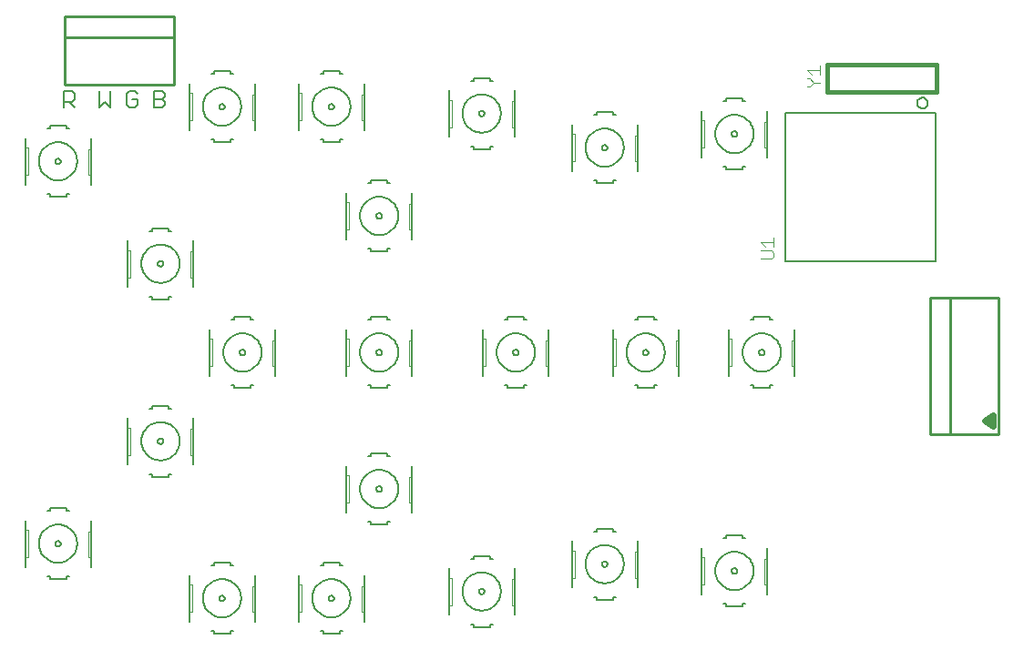
<source format=gto>
G75*
G70*
%OFA0B0*%
%FSLAX24Y24*%
%IPPOS*%
%LPD*%
%AMOC8*
5,1,8,0,0,1.08239X$1,22.5*
%
%ADD10C,0.0040*%
%ADD11C,0.0050*%
%ADD12C,0.0240*%
%ADD13C,0.0160*%
%ADD14C,0.0060*%
%ADD15C,0.0020*%
%ADD16C,0.0100*%
D10*
X027936Y016020D02*
X028320Y016020D01*
X028397Y016097D01*
X028397Y016250D01*
X028320Y016327D01*
X027936Y016327D01*
X028090Y016480D02*
X027936Y016634D01*
X028397Y016634D01*
X028397Y016787D02*
X028397Y016480D01*
X029636Y022320D02*
X029713Y022320D01*
X029866Y022473D01*
X030097Y022473D01*
X029866Y022473D02*
X029713Y022627D01*
X029636Y022627D01*
X029790Y022780D02*
X029636Y022934D01*
X030097Y022934D01*
X030097Y023087D02*
X030097Y022780D01*
D11*
X028817Y021353D02*
X028817Y015947D01*
X034317Y015947D01*
X034317Y021353D01*
X028817Y021353D01*
X033647Y021731D02*
X033649Y021758D01*
X033655Y021785D01*
X033664Y021811D01*
X033677Y021835D01*
X033693Y021858D01*
X033712Y021877D01*
X033734Y021894D01*
X033758Y021908D01*
X033783Y021918D01*
X033810Y021925D01*
X033837Y021928D01*
X033865Y021927D01*
X033892Y021922D01*
X033918Y021914D01*
X033942Y021902D01*
X033965Y021886D01*
X033986Y021868D01*
X034003Y021847D01*
X034018Y021823D01*
X034029Y021798D01*
X034037Y021772D01*
X034041Y021745D01*
X034041Y021717D01*
X034037Y021690D01*
X034029Y021664D01*
X034018Y021639D01*
X034003Y021615D01*
X033986Y021594D01*
X033965Y021576D01*
X033943Y021560D01*
X033918Y021548D01*
X033892Y021540D01*
X033865Y021535D01*
X033837Y021534D01*
X033810Y021537D01*
X033783Y021544D01*
X033758Y021554D01*
X033734Y021568D01*
X033712Y021585D01*
X033693Y021604D01*
X033677Y021627D01*
X033664Y021651D01*
X033655Y021677D01*
X033649Y021704D01*
X033647Y021731D01*
X006141Y021769D02*
X006141Y021667D01*
X006039Y021565D01*
X005734Y021565D01*
X005734Y022176D01*
X006039Y022176D01*
X006141Y022074D01*
X006141Y021972D01*
X006039Y021870D01*
X005734Y021870D01*
X006039Y021870D02*
X006141Y021769D01*
X005141Y021667D02*
X005141Y021870D01*
X004937Y021870D01*
X004734Y021667D02*
X004836Y021565D01*
X005039Y021565D01*
X005141Y021667D01*
X004734Y021667D02*
X004734Y022074D01*
X004836Y022176D01*
X005039Y022176D01*
X005141Y022074D01*
X004141Y022176D02*
X004141Y021565D01*
X003937Y021769D01*
X003734Y021565D01*
X003734Y022176D01*
X002841Y022074D02*
X002841Y021870D01*
X002739Y021769D01*
X002434Y021769D01*
X002637Y021769D02*
X002841Y021565D01*
X002434Y021565D02*
X002434Y022176D01*
X002739Y022176D01*
X002841Y022074D01*
D12*
X036117Y010100D02*
X036417Y009900D01*
X036417Y010300D01*
X036117Y010100D01*
X036142Y010117D02*
X036417Y010117D01*
D13*
X034367Y022150D02*
X030367Y022150D01*
X030367Y023150D01*
X034367Y023150D01*
X034367Y022150D01*
D14*
X002517Y004300D02*
X001917Y004300D01*
X001917Y004400D01*
X001817Y004400D01*
X002517Y004400D02*
X002617Y004400D01*
X002517Y004400D02*
X002517Y004300D01*
X003417Y004750D02*
X003417Y005100D01*
X003417Y006050D01*
X003417Y006450D01*
X002617Y006800D02*
X002517Y006800D01*
X002517Y006900D01*
X001917Y006900D01*
X001917Y006800D01*
X001817Y006800D01*
X001017Y006450D02*
X001017Y006100D01*
X001017Y005100D01*
X001017Y004750D01*
X002117Y005600D02*
X002119Y005620D01*
X002125Y005638D01*
X002134Y005656D01*
X002146Y005671D01*
X002161Y005683D01*
X002179Y005692D01*
X002197Y005698D01*
X002217Y005700D01*
X002237Y005698D01*
X002255Y005692D01*
X002273Y005683D01*
X002288Y005671D01*
X002300Y005656D01*
X002309Y005638D01*
X002315Y005620D01*
X002317Y005600D01*
X002315Y005580D01*
X002309Y005562D01*
X002300Y005544D01*
X002288Y005529D01*
X002273Y005517D01*
X002255Y005508D01*
X002237Y005502D01*
X002217Y005500D01*
X002197Y005502D01*
X002179Y005508D01*
X002161Y005517D01*
X002146Y005529D01*
X002134Y005544D01*
X002125Y005562D01*
X002119Y005580D01*
X002117Y005600D01*
X001517Y005600D02*
X001519Y005652D01*
X001525Y005704D01*
X001535Y005756D01*
X001548Y005806D01*
X001565Y005856D01*
X001586Y005904D01*
X001611Y005950D01*
X001639Y005994D01*
X001670Y006036D01*
X001704Y006076D01*
X001741Y006113D01*
X001781Y006147D01*
X001823Y006178D01*
X001867Y006206D01*
X001913Y006231D01*
X001961Y006252D01*
X002011Y006269D01*
X002061Y006282D01*
X002113Y006292D01*
X002165Y006298D01*
X002217Y006300D01*
X002269Y006298D01*
X002321Y006292D01*
X002373Y006282D01*
X002423Y006269D01*
X002473Y006252D01*
X002521Y006231D01*
X002567Y006206D01*
X002611Y006178D01*
X002653Y006147D01*
X002693Y006113D01*
X002730Y006076D01*
X002764Y006036D01*
X002795Y005994D01*
X002823Y005950D01*
X002848Y005904D01*
X002869Y005856D01*
X002886Y005806D01*
X002899Y005756D01*
X002909Y005704D01*
X002915Y005652D01*
X002917Y005600D01*
X002915Y005548D01*
X002909Y005496D01*
X002899Y005444D01*
X002886Y005394D01*
X002869Y005344D01*
X002848Y005296D01*
X002823Y005250D01*
X002795Y005206D01*
X002764Y005164D01*
X002730Y005124D01*
X002693Y005087D01*
X002653Y005053D01*
X002611Y005022D01*
X002567Y004994D01*
X002521Y004969D01*
X002473Y004948D01*
X002423Y004931D01*
X002373Y004918D01*
X002321Y004908D01*
X002269Y004902D01*
X002217Y004900D01*
X002165Y004902D01*
X002113Y004908D01*
X002061Y004918D01*
X002011Y004931D01*
X001961Y004948D01*
X001913Y004969D01*
X001867Y004994D01*
X001823Y005022D01*
X001781Y005053D01*
X001741Y005087D01*
X001704Y005124D01*
X001670Y005164D01*
X001639Y005206D01*
X001611Y005250D01*
X001586Y005296D01*
X001565Y005344D01*
X001548Y005394D01*
X001535Y005444D01*
X001525Y005496D01*
X001519Y005548D01*
X001517Y005600D01*
X004767Y008500D02*
X004767Y008850D01*
X004767Y009850D01*
X004767Y010200D01*
X005567Y010550D02*
X005667Y010550D01*
X005667Y010650D01*
X006267Y010650D01*
X006267Y010550D01*
X006367Y010550D01*
X007167Y010200D02*
X007167Y009800D01*
X007167Y008850D01*
X007167Y008500D01*
X006367Y008150D02*
X006267Y008150D01*
X006267Y008050D01*
X005667Y008050D01*
X005667Y008150D01*
X005567Y008150D01*
X005867Y009350D02*
X005869Y009370D01*
X005875Y009388D01*
X005884Y009406D01*
X005896Y009421D01*
X005911Y009433D01*
X005929Y009442D01*
X005947Y009448D01*
X005967Y009450D01*
X005987Y009448D01*
X006005Y009442D01*
X006023Y009433D01*
X006038Y009421D01*
X006050Y009406D01*
X006059Y009388D01*
X006065Y009370D01*
X006067Y009350D01*
X006065Y009330D01*
X006059Y009312D01*
X006050Y009294D01*
X006038Y009279D01*
X006023Y009267D01*
X006005Y009258D01*
X005987Y009252D01*
X005967Y009250D01*
X005947Y009252D01*
X005929Y009258D01*
X005911Y009267D01*
X005896Y009279D01*
X005884Y009294D01*
X005875Y009312D01*
X005869Y009330D01*
X005867Y009350D01*
X005267Y009350D02*
X005269Y009402D01*
X005275Y009454D01*
X005285Y009506D01*
X005298Y009556D01*
X005315Y009606D01*
X005336Y009654D01*
X005361Y009700D01*
X005389Y009744D01*
X005420Y009786D01*
X005454Y009826D01*
X005491Y009863D01*
X005531Y009897D01*
X005573Y009928D01*
X005617Y009956D01*
X005663Y009981D01*
X005711Y010002D01*
X005761Y010019D01*
X005811Y010032D01*
X005863Y010042D01*
X005915Y010048D01*
X005967Y010050D01*
X006019Y010048D01*
X006071Y010042D01*
X006123Y010032D01*
X006173Y010019D01*
X006223Y010002D01*
X006271Y009981D01*
X006317Y009956D01*
X006361Y009928D01*
X006403Y009897D01*
X006443Y009863D01*
X006480Y009826D01*
X006514Y009786D01*
X006545Y009744D01*
X006573Y009700D01*
X006598Y009654D01*
X006619Y009606D01*
X006636Y009556D01*
X006649Y009506D01*
X006659Y009454D01*
X006665Y009402D01*
X006667Y009350D01*
X006665Y009298D01*
X006659Y009246D01*
X006649Y009194D01*
X006636Y009144D01*
X006619Y009094D01*
X006598Y009046D01*
X006573Y009000D01*
X006545Y008956D01*
X006514Y008914D01*
X006480Y008874D01*
X006443Y008837D01*
X006403Y008803D01*
X006361Y008772D01*
X006317Y008744D01*
X006271Y008719D01*
X006223Y008698D01*
X006173Y008681D01*
X006123Y008668D01*
X006071Y008658D01*
X006019Y008652D01*
X005967Y008650D01*
X005915Y008652D01*
X005863Y008658D01*
X005811Y008668D01*
X005761Y008681D01*
X005711Y008698D01*
X005663Y008719D01*
X005617Y008744D01*
X005573Y008772D01*
X005531Y008803D01*
X005491Y008837D01*
X005454Y008874D01*
X005420Y008914D01*
X005389Y008956D01*
X005361Y009000D01*
X005336Y009046D01*
X005315Y009094D01*
X005298Y009144D01*
X005285Y009194D01*
X005275Y009246D01*
X005269Y009298D01*
X005267Y009350D01*
X007767Y011750D02*
X007767Y012100D01*
X007767Y013100D01*
X007767Y013450D01*
X008567Y013800D02*
X008667Y013800D01*
X008667Y013900D01*
X009267Y013900D01*
X009267Y013800D01*
X009367Y013800D01*
X010167Y013450D02*
X010167Y013050D01*
X010167Y012100D01*
X010167Y011750D01*
X009367Y011400D02*
X009267Y011400D01*
X009267Y011300D01*
X008667Y011300D01*
X008667Y011400D01*
X008567Y011400D01*
X008867Y012600D02*
X008869Y012620D01*
X008875Y012638D01*
X008884Y012656D01*
X008896Y012671D01*
X008911Y012683D01*
X008929Y012692D01*
X008947Y012698D01*
X008967Y012700D01*
X008987Y012698D01*
X009005Y012692D01*
X009023Y012683D01*
X009038Y012671D01*
X009050Y012656D01*
X009059Y012638D01*
X009065Y012620D01*
X009067Y012600D01*
X009065Y012580D01*
X009059Y012562D01*
X009050Y012544D01*
X009038Y012529D01*
X009023Y012517D01*
X009005Y012508D01*
X008987Y012502D01*
X008967Y012500D01*
X008947Y012502D01*
X008929Y012508D01*
X008911Y012517D01*
X008896Y012529D01*
X008884Y012544D01*
X008875Y012562D01*
X008869Y012580D01*
X008867Y012600D01*
X008267Y012600D02*
X008269Y012652D01*
X008275Y012704D01*
X008285Y012756D01*
X008298Y012806D01*
X008315Y012856D01*
X008336Y012904D01*
X008361Y012950D01*
X008389Y012994D01*
X008420Y013036D01*
X008454Y013076D01*
X008491Y013113D01*
X008531Y013147D01*
X008573Y013178D01*
X008617Y013206D01*
X008663Y013231D01*
X008711Y013252D01*
X008761Y013269D01*
X008811Y013282D01*
X008863Y013292D01*
X008915Y013298D01*
X008967Y013300D01*
X009019Y013298D01*
X009071Y013292D01*
X009123Y013282D01*
X009173Y013269D01*
X009223Y013252D01*
X009271Y013231D01*
X009317Y013206D01*
X009361Y013178D01*
X009403Y013147D01*
X009443Y013113D01*
X009480Y013076D01*
X009514Y013036D01*
X009545Y012994D01*
X009573Y012950D01*
X009598Y012904D01*
X009619Y012856D01*
X009636Y012806D01*
X009649Y012756D01*
X009659Y012704D01*
X009665Y012652D01*
X009667Y012600D01*
X009665Y012548D01*
X009659Y012496D01*
X009649Y012444D01*
X009636Y012394D01*
X009619Y012344D01*
X009598Y012296D01*
X009573Y012250D01*
X009545Y012206D01*
X009514Y012164D01*
X009480Y012124D01*
X009443Y012087D01*
X009403Y012053D01*
X009361Y012022D01*
X009317Y011994D01*
X009271Y011969D01*
X009223Y011948D01*
X009173Y011931D01*
X009123Y011918D01*
X009071Y011908D01*
X009019Y011902D01*
X008967Y011900D01*
X008915Y011902D01*
X008863Y011908D01*
X008811Y011918D01*
X008761Y011931D01*
X008711Y011948D01*
X008663Y011969D01*
X008617Y011994D01*
X008573Y012022D01*
X008531Y012053D01*
X008491Y012087D01*
X008454Y012124D01*
X008420Y012164D01*
X008389Y012206D01*
X008361Y012250D01*
X008336Y012296D01*
X008315Y012344D01*
X008298Y012394D01*
X008285Y012444D01*
X008275Y012496D01*
X008269Y012548D01*
X008267Y012600D01*
X006267Y014550D02*
X005667Y014550D01*
X005667Y014650D01*
X005567Y014650D01*
X006267Y014650D02*
X006267Y014550D01*
X006267Y014650D02*
X006367Y014650D01*
X007167Y015000D02*
X007167Y015350D01*
X007167Y016300D01*
X007167Y016700D01*
X006367Y017050D02*
X006267Y017050D01*
X006267Y017150D01*
X005667Y017150D01*
X005667Y017050D01*
X005567Y017050D01*
X004767Y016700D02*
X004767Y016350D01*
X004767Y015350D01*
X004767Y015000D01*
X005867Y015850D02*
X005869Y015870D01*
X005875Y015888D01*
X005884Y015906D01*
X005896Y015921D01*
X005911Y015933D01*
X005929Y015942D01*
X005947Y015948D01*
X005967Y015950D01*
X005987Y015948D01*
X006005Y015942D01*
X006023Y015933D01*
X006038Y015921D01*
X006050Y015906D01*
X006059Y015888D01*
X006065Y015870D01*
X006067Y015850D01*
X006065Y015830D01*
X006059Y015812D01*
X006050Y015794D01*
X006038Y015779D01*
X006023Y015767D01*
X006005Y015758D01*
X005987Y015752D01*
X005967Y015750D01*
X005947Y015752D01*
X005929Y015758D01*
X005911Y015767D01*
X005896Y015779D01*
X005884Y015794D01*
X005875Y015812D01*
X005869Y015830D01*
X005867Y015850D01*
X005267Y015850D02*
X005269Y015902D01*
X005275Y015954D01*
X005285Y016006D01*
X005298Y016056D01*
X005315Y016106D01*
X005336Y016154D01*
X005361Y016200D01*
X005389Y016244D01*
X005420Y016286D01*
X005454Y016326D01*
X005491Y016363D01*
X005531Y016397D01*
X005573Y016428D01*
X005617Y016456D01*
X005663Y016481D01*
X005711Y016502D01*
X005761Y016519D01*
X005811Y016532D01*
X005863Y016542D01*
X005915Y016548D01*
X005967Y016550D01*
X006019Y016548D01*
X006071Y016542D01*
X006123Y016532D01*
X006173Y016519D01*
X006223Y016502D01*
X006271Y016481D01*
X006317Y016456D01*
X006361Y016428D01*
X006403Y016397D01*
X006443Y016363D01*
X006480Y016326D01*
X006514Y016286D01*
X006545Y016244D01*
X006573Y016200D01*
X006598Y016154D01*
X006619Y016106D01*
X006636Y016056D01*
X006649Y016006D01*
X006659Y015954D01*
X006665Y015902D01*
X006667Y015850D01*
X006665Y015798D01*
X006659Y015746D01*
X006649Y015694D01*
X006636Y015644D01*
X006619Y015594D01*
X006598Y015546D01*
X006573Y015500D01*
X006545Y015456D01*
X006514Y015414D01*
X006480Y015374D01*
X006443Y015337D01*
X006403Y015303D01*
X006361Y015272D01*
X006317Y015244D01*
X006271Y015219D01*
X006223Y015198D01*
X006173Y015181D01*
X006123Y015168D01*
X006071Y015158D01*
X006019Y015152D01*
X005967Y015150D01*
X005915Y015152D01*
X005863Y015158D01*
X005811Y015168D01*
X005761Y015181D01*
X005711Y015198D01*
X005663Y015219D01*
X005617Y015244D01*
X005573Y015272D01*
X005531Y015303D01*
X005491Y015337D01*
X005454Y015374D01*
X005420Y015414D01*
X005389Y015456D01*
X005361Y015500D01*
X005336Y015546D01*
X005315Y015594D01*
X005298Y015644D01*
X005285Y015694D01*
X005275Y015746D01*
X005269Y015798D01*
X005267Y015850D01*
X002617Y018400D02*
X002517Y018400D01*
X002517Y018300D01*
X001917Y018300D01*
X001917Y018400D01*
X001817Y018400D01*
X001017Y018750D02*
X001017Y019100D01*
X001017Y020100D01*
X001017Y020450D01*
X001817Y020800D02*
X001917Y020800D01*
X001917Y020900D01*
X002517Y020900D01*
X002517Y020800D01*
X002617Y020800D01*
X003417Y020450D02*
X003417Y020050D01*
X003417Y019100D01*
X003417Y018750D01*
X002117Y019600D02*
X002119Y019620D01*
X002125Y019638D01*
X002134Y019656D01*
X002146Y019671D01*
X002161Y019683D01*
X002179Y019692D01*
X002197Y019698D01*
X002217Y019700D01*
X002237Y019698D01*
X002255Y019692D01*
X002273Y019683D01*
X002288Y019671D01*
X002300Y019656D01*
X002309Y019638D01*
X002315Y019620D01*
X002317Y019600D01*
X002315Y019580D01*
X002309Y019562D01*
X002300Y019544D01*
X002288Y019529D01*
X002273Y019517D01*
X002255Y019508D01*
X002237Y019502D01*
X002217Y019500D01*
X002197Y019502D01*
X002179Y019508D01*
X002161Y019517D01*
X002146Y019529D01*
X002134Y019544D01*
X002125Y019562D01*
X002119Y019580D01*
X002117Y019600D01*
X001517Y019600D02*
X001519Y019652D01*
X001525Y019704D01*
X001535Y019756D01*
X001548Y019806D01*
X001565Y019856D01*
X001586Y019904D01*
X001611Y019950D01*
X001639Y019994D01*
X001670Y020036D01*
X001704Y020076D01*
X001741Y020113D01*
X001781Y020147D01*
X001823Y020178D01*
X001867Y020206D01*
X001913Y020231D01*
X001961Y020252D01*
X002011Y020269D01*
X002061Y020282D01*
X002113Y020292D01*
X002165Y020298D01*
X002217Y020300D01*
X002269Y020298D01*
X002321Y020292D01*
X002373Y020282D01*
X002423Y020269D01*
X002473Y020252D01*
X002521Y020231D01*
X002567Y020206D01*
X002611Y020178D01*
X002653Y020147D01*
X002693Y020113D01*
X002730Y020076D01*
X002764Y020036D01*
X002795Y019994D01*
X002823Y019950D01*
X002848Y019904D01*
X002869Y019856D01*
X002886Y019806D01*
X002899Y019756D01*
X002909Y019704D01*
X002915Y019652D01*
X002917Y019600D01*
X002915Y019548D01*
X002909Y019496D01*
X002899Y019444D01*
X002886Y019394D01*
X002869Y019344D01*
X002848Y019296D01*
X002823Y019250D01*
X002795Y019206D01*
X002764Y019164D01*
X002730Y019124D01*
X002693Y019087D01*
X002653Y019053D01*
X002611Y019022D01*
X002567Y018994D01*
X002521Y018969D01*
X002473Y018948D01*
X002423Y018931D01*
X002373Y018918D01*
X002321Y018908D01*
X002269Y018902D01*
X002217Y018900D01*
X002165Y018902D01*
X002113Y018908D01*
X002061Y018918D01*
X002011Y018931D01*
X001961Y018948D01*
X001913Y018969D01*
X001867Y018994D01*
X001823Y019022D01*
X001781Y019053D01*
X001741Y019087D01*
X001704Y019124D01*
X001670Y019164D01*
X001639Y019206D01*
X001611Y019250D01*
X001586Y019296D01*
X001565Y019344D01*
X001548Y019394D01*
X001535Y019444D01*
X001525Y019496D01*
X001519Y019548D01*
X001517Y019600D01*
X007017Y020750D02*
X007017Y021100D01*
X007017Y022100D01*
X007017Y022450D01*
X007817Y022800D02*
X007917Y022800D01*
X007917Y022900D01*
X008517Y022900D01*
X008517Y022800D01*
X008617Y022800D01*
X009417Y022450D02*
X009417Y022050D01*
X009417Y021100D01*
X009417Y020750D01*
X008617Y020400D02*
X008517Y020400D01*
X008517Y020300D01*
X007917Y020300D01*
X007917Y020400D01*
X007817Y020400D01*
X008117Y021600D02*
X008119Y021620D01*
X008125Y021638D01*
X008134Y021656D01*
X008146Y021671D01*
X008161Y021683D01*
X008179Y021692D01*
X008197Y021698D01*
X008217Y021700D01*
X008237Y021698D01*
X008255Y021692D01*
X008273Y021683D01*
X008288Y021671D01*
X008300Y021656D01*
X008309Y021638D01*
X008315Y021620D01*
X008317Y021600D01*
X008315Y021580D01*
X008309Y021562D01*
X008300Y021544D01*
X008288Y021529D01*
X008273Y021517D01*
X008255Y021508D01*
X008237Y021502D01*
X008217Y021500D01*
X008197Y021502D01*
X008179Y021508D01*
X008161Y021517D01*
X008146Y021529D01*
X008134Y021544D01*
X008125Y021562D01*
X008119Y021580D01*
X008117Y021600D01*
X007517Y021600D02*
X007519Y021652D01*
X007525Y021704D01*
X007535Y021756D01*
X007548Y021806D01*
X007565Y021856D01*
X007586Y021904D01*
X007611Y021950D01*
X007639Y021994D01*
X007670Y022036D01*
X007704Y022076D01*
X007741Y022113D01*
X007781Y022147D01*
X007823Y022178D01*
X007867Y022206D01*
X007913Y022231D01*
X007961Y022252D01*
X008011Y022269D01*
X008061Y022282D01*
X008113Y022292D01*
X008165Y022298D01*
X008217Y022300D01*
X008269Y022298D01*
X008321Y022292D01*
X008373Y022282D01*
X008423Y022269D01*
X008473Y022252D01*
X008521Y022231D01*
X008567Y022206D01*
X008611Y022178D01*
X008653Y022147D01*
X008693Y022113D01*
X008730Y022076D01*
X008764Y022036D01*
X008795Y021994D01*
X008823Y021950D01*
X008848Y021904D01*
X008869Y021856D01*
X008886Y021806D01*
X008899Y021756D01*
X008909Y021704D01*
X008915Y021652D01*
X008917Y021600D01*
X008915Y021548D01*
X008909Y021496D01*
X008899Y021444D01*
X008886Y021394D01*
X008869Y021344D01*
X008848Y021296D01*
X008823Y021250D01*
X008795Y021206D01*
X008764Y021164D01*
X008730Y021124D01*
X008693Y021087D01*
X008653Y021053D01*
X008611Y021022D01*
X008567Y020994D01*
X008521Y020969D01*
X008473Y020948D01*
X008423Y020931D01*
X008373Y020918D01*
X008321Y020908D01*
X008269Y020902D01*
X008217Y020900D01*
X008165Y020902D01*
X008113Y020908D01*
X008061Y020918D01*
X008011Y020931D01*
X007961Y020948D01*
X007913Y020969D01*
X007867Y020994D01*
X007823Y021022D01*
X007781Y021053D01*
X007741Y021087D01*
X007704Y021124D01*
X007670Y021164D01*
X007639Y021206D01*
X007611Y021250D01*
X007586Y021296D01*
X007565Y021344D01*
X007548Y021394D01*
X007535Y021444D01*
X007525Y021496D01*
X007519Y021548D01*
X007517Y021600D01*
X011017Y021100D02*
X011017Y020750D01*
X011017Y021100D02*
X011017Y022100D01*
X011017Y022450D01*
X011817Y022800D02*
X011917Y022800D01*
X011917Y022900D01*
X012517Y022900D01*
X012517Y022800D01*
X012617Y022800D01*
X013417Y022450D02*
X013417Y022050D01*
X013417Y021100D01*
X013417Y020750D01*
X012617Y020400D02*
X012517Y020400D01*
X012517Y020300D01*
X011917Y020300D01*
X011917Y020400D01*
X011817Y020400D01*
X012117Y021600D02*
X012119Y021620D01*
X012125Y021638D01*
X012134Y021656D01*
X012146Y021671D01*
X012161Y021683D01*
X012179Y021692D01*
X012197Y021698D01*
X012217Y021700D01*
X012237Y021698D01*
X012255Y021692D01*
X012273Y021683D01*
X012288Y021671D01*
X012300Y021656D01*
X012309Y021638D01*
X012315Y021620D01*
X012317Y021600D01*
X012315Y021580D01*
X012309Y021562D01*
X012300Y021544D01*
X012288Y021529D01*
X012273Y021517D01*
X012255Y021508D01*
X012237Y021502D01*
X012217Y021500D01*
X012197Y021502D01*
X012179Y021508D01*
X012161Y021517D01*
X012146Y021529D01*
X012134Y021544D01*
X012125Y021562D01*
X012119Y021580D01*
X012117Y021600D01*
X011517Y021600D02*
X011519Y021652D01*
X011525Y021704D01*
X011535Y021756D01*
X011548Y021806D01*
X011565Y021856D01*
X011586Y021904D01*
X011611Y021950D01*
X011639Y021994D01*
X011670Y022036D01*
X011704Y022076D01*
X011741Y022113D01*
X011781Y022147D01*
X011823Y022178D01*
X011867Y022206D01*
X011913Y022231D01*
X011961Y022252D01*
X012011Y022269D01*
X012061Y022282D01*
X012113Y022292D01*
X012165Y022298D01*
X012217Y022300D01*
X012269Y022298D01*
X012321Y022292D01*
X012373Y022282D01*
X012423Y022269D01*
X012473Y022252D01*
X012521Y022231D01*
X012567Y022206D01*
X012611Y022178D01*
X012653Y022147D01*
X012693Y022113D01*
X012730Y022076D01*
X012764Y022036D01*
X012795Y021994D01*
X012823Y021950D01*
X012848Y021904D01*
X012869Y021856D01*
X012886Y021806D01*
X012899Y021756D01*
X012909Y021704D01*
X012915Y021652D01*
X012917Y021600D01*
X012915Y021548D01*
X012909Y021496D01*
X012899Y021444D01*
X012886Y021394D01*
X012869Y021344D01*
X012848Y021296D01*
X012823Y021250D01*
X012795Y021206D01*
X012764Y021164D01*
X012730Y021124D01*
X012693Y021087D01*
X012653Y021053D01*
X012611Y021022D01*
X012567Y020994D01*
X012521Y020969D01*
X012473Y020948D01*
X012423Y020931D01*
X012373Y020918D01*
X012321Y020908D01*
X012269Y020902D01*
X012217Y020900D01*
X012165Y020902D01*
X012113Y020908D01*
X012061Y020918D01*
X012011Y020931D01*
X011961Y020948D01*
X011913Y020969D01*
X011867Y020994D01*
X011823Y021022D01*
X011781Y021053D01*
X011741Y021087D01*
X011704Y021124D01*
X011670Y021164D01*
X011639Y021206D01*
X011611Y021250D01*
X011586Y021296D01*
X011565Y021344D01*
X011548Y021394D01*
X011535Y021444D01*
X011525Y021496D01*
X011519Y021548D01*
X011517Y021600D01*
X013667Y018900D02*
X013667Y018800D01*
X013567Y018800D01*
X013667Y018900D02*
X014267Y018900D01*
X014267Y018800D01*
X014367Y018800D01*
X015167Y018450D02*
X015167Y018050D01*
X015167Y017100D01*
X015167Y016750D01*
X014367Y016400D02*
X014267Y016400D01*
X014267Y016300D01*
X013667Y016300D01*
X013667Y016400D01*
X013567Y016400D01*
X012767Y016750D02*
X012767Y017100D01*
X012767Y018100D01*
X012767Y018450D01*
X013867Y017600D02*
X013869Y017620D01*
X013875Y017638D01*
X013884Y017656D01*
X013896Y017671D01*
X013911Y017683D01*
X013929Y017692D01*
X013947Y017698D01*
X013967Y017700D01*
X013987Y017698D01*
X014005Y017692D01*
X014023Y017683D01*
X014038Y017671D01*
X014050Y017656D01*
X014059Y017638D01*
X014065Y017620D01*
X014067Y017600D01*
X014065Y017580D01*
X014059Y017562D01*
X014050Y017544D01*
X014038Y017529D01*
X014023Y017517D01*
X014005Y017508D01*
X013987Y017502D01*
X013967Y017500D01*
X013947Y017502D01*
X013929Y017508D01*
X013911Y017517D01*
X013896Y017529D01*
X013884Y017544D01*
X013875Y017562D01*
X013869Y017580D01*
X013867Y017600D01*
X013267Y017600D02*
X013269Y017652D01*
X013275Y017704D01*
X013285Y017756D01*
X013298Y017806D01*
X013315Y017856D01*
X013336Y017904D01*
X013361Y017950D01*
X013389Y017994D01*
X013420Y018036D01*
X013454Y018076D01*
X013491Y018113D01*
X013531Y018147D01*
X013573Y018178D01*
X013617Y018206D01*
X013663Y018231D01*
X013711Y018252D01*
X013761Y018269D01*
X013811Y018282D01*
X013863Y018292D01*
X013915Y018298D01*
X013967Y018300D01*
X014019Y018298D01*
X014071Y018292D01*
X014123Y018282D01*
X014173Y018269D01*
X014223Y018252D01*
X014271Y018231D01*
X014317Y018206D01*
X014361Y018178D01*
X014403Y018147D01*
X014443Y018113D01*
X014480Y018076D01*
X014514Y018036D01*
X014545Y017994D01*
X014573Y017950D01*
X014598Y017904D01*
X014619Y017856D01*
X014636Y017806D01*
X014649Y017756D01*
X014659Y017704D01*
X014665Y017652D01*
X014667Y017600D01*
X014665Y017548D01*
X014659Y017496D01*
X014649Y017444D01*
X014636Y017394D01*
X014619Y017344D01*
X014598Y017296D01*
X014573Y017250D01*
X014545Y017206D01*
X014514Y017164D01*
X014480Y017124D01*
X014443Y017087D01*
X014403Y017053D01*
X014361Y017022D01*
X014317Y016994D01*
X014271Y016969D01*
X014223Y016948D01*
X014173Y016931D01*
X014123Y016918D01*
X014071Y016908D01*
X014019Y016902D01*
X013967Y016900D01*
X013915Y016902D01*
X013863Y016908D01*
X013811Y016918D01*
X013761Y016931D01*
X013711Y016948D01*
X013663Y016969D01*
X013617Y016994D01*
X013573Y017022D01*
X013531Y017053D01*
X013491Y017087D01*
X013454Y017124D01*
X013420Y017164D01*
X013389Y017206D01*
X013361Y017250D01*
X013336Y017296D01*
X013315Y017344D01*
X013298Y017394D01*
X013285Y017444D01*
X013275Y017496D01*
X013269Y017548D01*
X013267Y017600D01*
X017317Y020150D02*
X017417Y020150D01*
X017417Y020050D01*
X018017Y020050D01*
X018017Y020150D01*
X018117Y020150D01*
X018917Y020500D02*
X018917Y020850D01*
X018917Y021800D01*
X018917Y022200D01*
X018117Y022550D02*
X018017Y022550D01*
X018017Y022650D01*
X017417Y022650D01*
X017417Y022550D01*
X017317Y022550D01*
X016517Y022200D02*
X016517Y021850D01*
X016517Y020850D01*
X016517Y020500D01*
X017617Y021350D02*
X017619Y021370D01*
X017625Y021388D01*
X017634Y021406D01*
X017646Y021421D01*
X017661Y021433D01*
X017679Y021442D01*
X017697Y021448D01*
X017717Y021450D01*
X017737Y021448D01*
X017755Y021442D01*
X017773Y021433D01*
X017788Y021421D01*
X017800Y021406D01*
X017809Y021388D01*
X017815Y021370D01*
X017817Y021350D01*
X017815Y021330D01*
X017809Y021312D01*
X017800Y021294D01*
X017788Y021279D01*
X017773Y021267D01*
X017755Y021258D01*
X017737Y021252D01*
X017717Y021250D01*
X017697Y021252D01*
X017679Y021258D01*
X017661Y021267D01*
X017646Y021279D01*
X017634Y021294D01*
X017625Y021312D01*
X017619Y021330D01*
X017617Y021350D01*
X017017Y021350D02*
X017019Y021402D01*
X017025Y021454D01*
X017035Y021506D01*
X017048Y021556D01*
X017065Y021606D01*
X017086Y021654D01*
X017111Y021700D01*
X017139Y021744D01*
X017170Y021786D01*
X017204Y021826D01*
X017241Y021863D01*
X017281Y021897D01*
X017323Y021928D01*
X017367Y021956D01*
X017413Y021981D01*
X017461Y022002D01*
X017511Y022019D01*
X017561Y022032D01*
X017613Y022042D01*
X017665Y022048D01*
X017717Y022050D01*
X017769Y022048D01*
X017821Y022042D01*
X017873Y022032D01*
X017923Y022019D01*
X017973Y022002D01*
X018021Y021981D01*
X018067Y021956D01*
X018111Y021928D01*
X018153Y021897D01*
X018193Y021863D01*
X018230Y021826D01*
X018264Y021786D01*
X018295Y021744D01*
X018323Y021700D01*
X018348Y021654D01*
X018369Y021606D01*
X018386Y021556D01*
X018399Y021506D01*
X018409Y021454D01*
X018415Y021402D01*
X018417Y021350D01*
X018415Y021298D01*
X018409Y021246D01*
X018399Y021194D01*
X018386Y021144D01*
X018369Y021094D01*
X018348Y021046D01*
X018323Y021000D01*
X018295Y020956D01*
X018264Y020914D01*
X018230Y020874D01*
X018193Y020837D01*
X018153Y020803D01*
X018111Y020772D01*
X018067Y020744D01*
X018021Y020719D01*
X017973Y020698D01*
X017923Y020681D01*
X017873Y020668D01*
X017821Y020658D01*
X017769Y020652D01*
X017717Y020650D01*
X017665Y020652D01*
X017613Y020658D01*
X017561Y020668D01*
X017511Y020681D01*
X017461Y020698D01*
X017413Y020719D01*
X017367Y020744D01*
X017323Y020772D01*
X017281Y020803D01*
X017241Y020837D01*
X017204Y020874D01*
X017170Y020914D01*
X017139Y020956D01*
X017111Y021000D01*
X017086Y021046D01*
X017065Y021094D01*
X017048Y021144D01*
X017035Y021194D01*
X017025Y021246D01*
X017019Y021298D01*
X017017Y021350D01*
X021017Y020950D02*
X021017Y020600D01*
X021017Y019600D01*
X021017Y019250D01*
X021817Y018900D02*
X021917Y018900D01*
X021917Y018800D01*
X022517Y018800D01*
X022517Y018900D01*
X022617Y018900D01*
X023417Y019250D02*
X023417Y019600D01*
X023417Y020550D01*
X023417Y020950D01*
X022617Y021300D02*
X022517Y021300D01*
X022517Y021400D01*
X021917Y021400D01*
X021917Y021300D01*
X021817Y021300D01*
X022117Y020100D02*
X022119Y020120D01*
X022125Y020138D01*
X022134Y020156D01*
X022146Y020171D01*
X022161Y020183D01*
X022179Y020192D01*
X022197Y020198D01*
X022217Y020200D01*
X022237Y020198D01*
X022255Y020192D01*
X022273Y020183D01*
X022288Y020171D01*
X022300Y020156D01*
X022309Y020138D01*
X022315Y020120D01*
X022317Y020100D01*
X022315Y020080D01*
X022309Y020062D01*
X022300Y020044D01*
X022288Y020029D01*
X022273Y020017D01*
X022255Y020008D01*
X022237Y020002D01*
X022217Y020000D01*
X022197Y020002D01*
X022179Y020008D01*
X022161Y020017D01*
X022146Y020029D01*
X022134Y020044D01*
X022125Y020062D01*
X022119Y020080D01*
X022117Y020100D01*
X021517Y020100D02*
X021519Y020152D01*
X021525Y020204D01*
X021535Y020256D01*
X021548Y020306D01*
X021565Y020356D01*
X021586Y020404D01*
X021611Y020450D01*
X021639Y020494D01*
X021670Y020536D01*
X021704Y020576D01*
X021741Y020613D01*
X021781Y020647D01*
X021823Y020678D01*
X021867Y020706D01*
X021913Y020731D01*
X021961Y020752D01*
X022011Y020769D01*
X022061Y020782D01*
X022113Y020792D01*
X022165Y020798D01*
X022217Y020800D01*
X022269Y020798D01*
X022321Y020792D01*
X022373Y020782D01*
X022423Y020769D01*
X022473Y020752D01*
X022521Y020731D01*
X022567Y020706D01*
X022611Y020678D01*
X022653Y020647D01*
X022693Y020613D01*
X022730Y020576D01*
X022764Y020536D01*
X022795Y020494D01*
X022823Y020450D01*
X022848Y020404D01*
X022869Y020356D01*
X022886Y020306D01*
X022899Y020256D01*
X022909Y020204D01*
X022915Y020152D01*
X022917Y020100D01*
X022915Y020048D01*
X022909Y019996D01*
X022899Y019944D01*
X022886Y019894D01*
X022869Y019844D01*
X022848Y019796D01*
X022823Y019750D01*
X022795Y019706D01*
X022764Y019664D01*
X022730Y019624D01*
X022693Y019587D01*
X022653Y019553D01*
X022611Y019522D01*
X022567Y019494D01*
X022521Y019469D01*
X022473Y019448D01*
X022423Y019431D01*
X022373Y019418D01*
X022321Y019408D01*
X022269Y019402D01*
X022217Y019400D01*
X022165Y019402D01*
X022113Y019408D01*
X022061Y019418D01*
X022011Y019431D01*
X021961Y019448D01*
X021913Y019469D01*
X021867Y019494D01*
X021823Y019522D01*
X021781Y019553D01*
X021741Y019587D01*
X021704Y019624D01*
X021670Y019664D01*
X021639Y019706D01*
X021611Y019750D01*
X021586Y019796D01*
X021565Y019844D01*
X021548Y019894D01*
X021535Y019944D01*
X021525Y019996D01*
X021519Y020048D01*
X021517Y020100D01*
X025767Y020100D02*
X025767Y019750D01*
X025767Y020100D02*
X025767Y021100D01*
X025767Y021450D01*
X026567Y021800D02*
X026667Y021800D01*
X026667Y021900D01*
X027267Y021900D01*
X027267Y021800D01*
X027367Y021800D01*
X028167Y021450D02*
X028167Y021050D01*
X028167Y020100D01*
X028167Y019750D01*
X027367Y019400D02*
X027267Y019400D01*
X027267Y019300D01*
X026667Y019300D01*
X026667Y019400D01*
X026567Y019400D01*
X026867Y020600D02*
X026869Y020620D01*
X026875Y020638D01*
X026884Y020656D01*
X026896Y020671D01*
X026911Y020683D01*
X026929Y020692D01*
X026947Y020698D01*
X026967Y020700D01*
X026987Y020698D01*
X027005Y020692D01*
X027023Y020683D01*
X027038Y020671D01*
X027050Y020656D01*
X027059Y020638D01*
X027065Y020620D01*
X027067Y020600D01*
X027065Y020580D01*
X027059Y020562D01*
X027050Y020544D01*
X027038Y020529D01*
X027023Y020517D01*
X027005Y020508D01*
X026987Y020502D01*
X026967Y020500D01*
X026947Y020502D01*
X026929Y020508D01*
X026911Y020517D01*
X026896Y020529D01*
X026884Y020544D01*
X026875Y020562D01*
X026869Y020580D01*
X026867Y020600D01*
X026267Y020600D02*
X026269Y020652D01*
X026275Y020704D01*
X026285Y020756D01*
X026298Y020806D01*
X026315Y020856D01*
X026336Y020904D01*
X026361Y020950D01*
X026389Y020994D01*
X026420Y021036D01*
X026454Y021076D01*
X026491Y021113D01*
X026531Y021147D01*
X026573Y021178D01*
X026617Y021206D01*
X026663Y021231D01*
X026711Y021252D01*
X026761Y021269D01*
X026811Y021282D01*
X026863Y021292D01*
X026915Y021298D01*
X026967Y021300D01*
X027019Y021298D01*
X027071Y021292D01*
X027123Y021282D01*
X027173Y021269D01*
X027223Y021252D01*
X027271Y021231D01*
X027317Y021206D01*
X027361Y021178D01*
X027403Y021147D01*
X027443Y021113D01*
X027480Y021076D01*
X027514Y021036D01*
X027545Y020994D01*
X027573Y020950D01*
X027598Y020904D01*
X027619Y020856D01*
X027636Y020806D01*
X027649Y020756D01*
X027659Y020704D01*
X027665Y020652D01*
X027667Y020600D01*
X027665Y020548D01*
X027659Y020496D01*
X027649Y020444D01*
X027636Y020394D01*
X027619Y020344D01*
X027598Y020296D01*
X027573Y020250D01*
X027545Y020206D01*
X027514Y020164D01*
X027480Y020124D01*
X027443Y020087D01*
X027403Y020053D01*
X027361Y020022D01*
X027317Y019994D01*
X027271Y019969D01*
X027223Y019948D01*
X027173Y019931D01*
X027123Y019918D01*
X027071Y019908D01*
X027019Y019902D01*
X026967Y019900D01*
X026915Y019902D01*
X026863Y019908D01*
X026811Y019918D01*
X026761Y019931D01*
X026711Y019948D01*
X026663Y019969D01*
X026617Y019994D01*
X026573Y020022D01*
X026531Y020053D01*
X026491Y020087D01*
X026454Y020124D01*
X026420Y020164D01*
X026389Y020206D01*
X026361Y020250D01*
X026336Y020296D01*
X026315Y020344D01*
X026298Y020394D01*
X026285Y020444D01*
X026275Y020496D01*
X026269Y020548D01*
X026267Y020600D01*
X027667Y013900D02*
X027667Y013800D01*
X027567Y013800D01*
X027667Y013900D02*
X028267Y013900D01*
X028267Y013800D01*
X028367Y013800D01*
X029167Y013450D02*
X029167Y013050D01*
X029167Y012100D01*
X029167Y011750D01*
X028367Y011400D02*
X028267Y011400D01*
X028267Y011300D01*
X027667Y011300D01*
X027667Y011400D01*
X027567Y011400D01*
X026767Y011750D02*
X026767Y012100D01*
X026767Y013100D01*
X026767Y013450D01*
X027867Y012600D02*
X027869Y012620D01*
X027875Y012638D01*
X027884Y012656D01*
X027896Y012671D01*
X027911Y012683D01*
X027929Y012692D01*
X027947Y012698D01*
X027967Y012700D01*
X027987Y012698D01*
X028005Y012692D01*
X028023Y012683D01*
X028038Y012671D01*
X028050Y012656D01*
X028059Y012638D01*
X028065Y012620D01*
X028067Y012600D01*
X028065Y012580D01*
X028059Y012562D01*
X028050Y012544D01*
X028038Y012529D01*
X028023Y012517D01*
X028005Y012508D01*
X027987Y012502D01*
X027967Y012500D01*
X027947Y012502D01*
X027929Y012508D01*
X027911Y012517D01*
X027896Y012529D01*
X027884Y012544D01*
X027875Y012562D01*
X027869Y012580D01*
X027867Y012600D01*
X027267Y012600D02*
X027269Y012652D01*
X027275Y012704D01*
X027285Y012756D01*
X027298Y012806D01*
X027315Y012856D01*
X027336Y012904D01*
X027361Y012950D01*
X027389Y012994D01*
X027420Y013036D01*
X027454Y013076D01*
X027491Y013113D01*
X027531Y013147D01*
X027573Y013178D01*
X027617Y013206D01*
X027663Y013231D01*
X027711Y013252D01*
X027761Y013269D01*
X027811Y013282D01*
X027863Y013292D01*
X027915Y013298D01*
X027967Y013300D01*
X028019Y013298D01*
X028071Y013292D01*
X028123Y013282D01*
X028173Y013269D01*
X028223Y013252D01*
X028271Y013231D01*
X028317Y013206D01*
X028361Y013178D01*
X028403Y013147D01*
X028443Y013113D01*
X028480Y013076D01*
X028514Y013036D01*
X028545Y012994D01*
X028573Y012950D01*
X028598Y012904D01*
X028619Y012856D01*
X028636Y012806D01*
X028649Y012756D01*
X028659Y012704D01*
X028665Y012652D01*
X028667Y012600D01*
X028665Y012548D01*
X028659Y012496D01*
X028649Y012444D01*
X028636Y012394D01*
X028619Y012344D01*
X028598Y012296D01*
X028573Y012250D01*
X028545Y012206D01*
X028514Y012164D01*
X028480Y012124D01*
X028443Y012087D01*
X028403Y012053D01*
X028361Y012022D01*
X028317Y011994D01*
X028271Y011969D01*
X028223Y011948D01*
X028173Y011931D01*
X028123Y011918D01*
X028071Y011908D01*
X028019Y011902D01*
X027967Y011900D01*
X027915Y011902D01*
X027863Y011908D01*
X027811Y011918D01*
X027761Y011931D01*
X027711Y011948D01*
X027663Y011969D01*
X027617Y011994D01*
X027573Y012022D01*
X027531Y012053D01*
X027491Y012087D01*
X027454Y012124D01*
X027420Y012164D01*
X027389Y012206D01*
X027361Y012250D01*
X027336Y012296D01*
X027315Y012344D01*
X027298Y012394D01*
X027285Y012444D01*
X027275Y012496D01*
X027269Y012548D01*
X027267Y012600D01*
X024917Y013050D02*
X024917Y012100D01*
X024917Y011750D01*
X024117Y011400D02*
X024017Y011400D01*
X024017Y011300D01*
X023417Y011300D01*
X023417Y011400D01*
X023317Y011400D01*
X022517Y011750D02*
X022517Y012100D01*
X022517Y013100D01*
X022517Y013450D01*
X023317Y013800D02*
X023417Y013800D01*
X023417Y013900D01*
X024017Y013900D01*
X024017Y013800D01*
X024117Y013800D01*
X024917Y013450D02*
X024917Y013050D01*
X023617Y012600D02*
X023619Y012620D01*
X023625Y012638D01*
X023634Y012656D01*
X023646Y012671D01*
X023661Y012683D01*
X023679Y012692D01*
X023697Y012698D01*
X023717Y012700D01*
X023737Y012698D01*
X023755Y012692D01*
X023773Y012683D01*
X023788Y012671D01*
X023800Y012656D01*
X023809Y012638D01*
X023815Y012620D01*
X023817Y012600D01*
X023815Y012580D01*
X023809Y012562D01*
X023800Y012544D01*
X023788Y012529D01*
X023773Y012517D01*
X023755Y012508D01*
X023737Y012502D01*
X023717Y012500D01*
X023697Y012502D01*
X023679Y012508D01*
X023661Y012517D01*
X023646Y012529D01*
X023634Y012544D01*
X023625Y012562D01*
X023619Y012580D01*
X023617Y012600D01*
X023017Y012600D02*
X023019Y012652D01*
X023025Y012704D01*
X023035Y012756D01*
X023048Y012806D01*
X023065Y012856D01*
X023086Y012904D01*
X023111Y012950D01*
X023139Y012994D01*
X023170Y013036D01*
X023204Y013076D01*
X023241Y013113D01*
X023281Y013147D01*
X023323Y013178D01*
X023367Y013206D01*
X023413Y013231D01*
X023461Y013252D01*
X023511Y013269D01*
X023561Y013282D01*
X023613Y013292D01*
X023665Y013298D01*
X023717Y013300D01*
X023769Y013298D01*
X023821Y013292D01*
X023873Y013282D01*
X023923Y013269D01*
X023973Y013252D01*
X024021Y013231D01*
X024067Y013206D01*
X024111Y013178D01*
X024153Y013147D01*
X024193Y013113D01*
X024230Y013076D01*
X024264Y013036D01*
X024295Y012994D01*
X024323Y012950D01*
X024348Y012904D01*
X024369Y012856D01*
X024386Y012806D01*
X024399Y012756D01*
X024409Y012704D01*
X024415Y012652D01*
X024417Y012600D01*
X024415Y012548D01*
X024409Y012496D01*
X024399Y012444D01*
X024386Y012394D01*
X024369Y012344D01*
X024348Y012296D01*
X024323Y012250D01*
X024295Y012206D01*
X024264Y012164D01*
X024230Y012124D01*
X024193Y012087D01*
X024153Y012053D01*
X024111Y012022D01*
X024067Y011994D01*
X024021Y011969D01*
X023973Y011948D01*
X023923Y011931D01*
X023873Y011918D01*
X023821Y011908D01*
X023769Y011902D01*
X023717Y011900D01*
X023665Y011902D01*
X023613Y011908D01*
X023561Y011918D01*
X023511Y011931D01*
X023461Y011948D01*
X023413Y011969D01*
X023367Y011994D01*
X023323Y012022D01*
X023281Y012053D01*
X023241Y012087D01*
X023204Y012124D01*
X023170Y012164D01*
X023139Y012206D01*
X023111Y012250D01*
X023086Y012296D01*
X023065Y012344D01*
X023048Y012394D01*
X023035Y012444D01*
X023025Y012496D01*
X023019Y012548D01*
X023017Y012600D01*
X020167Y013050D02*
X020167Y012100D01*
X020167Y011750D01*
X019367Y011400D02*
X019267Y011400D01*
X019267Y011300D01*
X018667Y011300D01*
X018667Y011400D01*
X018567Y011400D01*
X017767Y011750D02*
X017767Y012100D01*
X017767Y013100D01*
X017767Y013450D01*
X018567Y013800D02*
X018667Y013800D01*
X018667Y013900D01*
X019267Y013900D01*
X019267Y013800D01*
X019367Y013800D01*
X020167Y013450D02*
X020167Y013050D01*
X018867Y012600D02*
X018869Y012620D01*
X018875Y012638D01*
X018884Y012656D01*
X018896Y012671D01*
X018911Y012683D01*
X018929Y012692D01*
X018947Y012698D01*
X018967Y012700D01*
X018987Y012698D01*
X019005Y012692D01*
X019023Y012683D01*
X019038Y012671D01*
X019050Y012656D01*
X019059Y012638D01*
X019065Y012620D01*
X019067Y012600D01*
X019065Y012580D01*
X019059Y012562D01*
X019050Y012544D01*
X019038Y012529D01*
X019023Y012517D01*
X019005Y012508D01*
X018987Y012502D01*
X018967Y012500D01*
X018947Y012502D01*
X018929Y012508D01*
X018911Y012517D01*
X018896Y012529D01*
X018884Y012544D01*
X018875Y012562D01*
X018869Y012580D01*
X018867Y012600D01*
X018267Y012600D02*
X018269Y012652D01*
X018275Y012704D01*
X018285Y012756D01*
X018298Y012806D01*
X018315Y012856D01*
X018336Y012904D01*
X018361Y012950D01*
X018389Y012994D01*
X018420Y013036D01*
X018454Y013076D01*
X018491Y013113D01*
X018531Y013147D01*
X018573Y013178D01*
X018617Y013206D01*
X018663Y013231D01*
X018711Y013252D01*
X018761Y013269D01*
X018811Y013282D01*
X018863Y013292D01*
X018915Y013298D01*
X018967Y013300D01*
X019019Y013298D01*
X019071Y013292D01*
X019123Y013282D01*
X019173Y013269D01*
X019223Y013252D01*
X019271Y013231D01*
X019317Y013206D01*
X019361Y013178D01*
X019403Y013147D01*
X019443Y013113D01*
X019480Y013076D01*
X019514Y013036D01*
X019545Y012994D01*
X019573Y012950D01*
X019598Y012904D01*
X019619Y012856D01*
X019636Y012806D01*
X019649Y012756D01*
X019659Y012704D01*
X019665Y012652D01*
X019667Y012600D01*
X019665Y012548D01*
X019659Y012496D01*
X019649Y012444D01*
X019636Y012394D01*
X019619Y012344D01*
X019598Y012296D01*
X019573Y012250D01*
X019545Y012206D01*
X019514Y012164D01*
X019480Y012124D01*
X019443Y012087D01*
X019403Y012053D01*
X019361Y012022D01*
X019317Y011994D01*
X019271Y011969D01*
X019223Y011948D01*
X019173Y011931D01*
X019123Y011918D01*
X019071Y011908D01*
X019019Y011902D01*
X018967Y011900D01*
X018915Y011902D01*
X018863Y011908D01*
X018811Y011918D01*
X018761Y011931D01*
X018711Y011948D01*
X018663Y011969D01*
X018617Y011994D01*
X018573Y012022D01*
X018531Y012053D01*
X018491Y012087D01*
X018454Y012124D01*
X018420Y012164D01*
X018389Y012206D01*
X018361Y012250D01*
X018336Y012296D01*
X018315Y012344D01*
X018298Y012394D01*
X018285Y012444D01*
X018275Y012496D01*
X018269Y012548D01*
X018267Y012600D01*
X015167Y013050D02*
X015167Y012100D01*
X015167Y011750D01*
X014367Y011400D02*
X014267Y011400D01*
X014267Y011300D01*
X013667Y011300D01*
X013667Y011400D01*
X013567Y011400D01*
X012767Y011750D02*
X012767Y012100D01*
X012767Y013100D01*
X012767Y013450D01*
X013567Y013800D02*
X013667Y013800D01*
X013667Y013900D01*
X014267Y013900D01*
X014267Y013800D01*
X014367Y013800D01*
X015167Y013450D02*
X015167Y013050D01*
X013867Y012600D02*
X013869Y012620D01*
X013875Y012638D01*
X013884Y012656D01*
X013896Y012671D01*
X013911Y012683D01*
X013929Y012692D01*
X013947Y012698D01*
X013967Y012700D01*
X013987Y012698D01*
X014005Y012692D01*
X014023Y012683D01*
X014038Y012671D01*
X014050Y012656D01*
X014059Y012638D01*
X014065Y012620D01*
X014067Y012600D01*
X014065Y012580D01*
X014059Y012562D01*
X014050Y012544D01*
X014038Y012529D01*
X014023Y012517D01*
X014005Y012508D01*
X013987Y012502D01*
X013967Y012500D01*
X013947Y012502D01*
X013929Y012508D01*
X013911Y012517D01*
X013896Y012529D01*
X013884Y012544D01*
X013875Y012562D01*
X013869Y012580D01*
X013867Y012600D01*
X013267Y012600D02*
X013269Y012652D01*
X013275Y012704D01*
X013285Y012756D01*
X013298Y012806D01*
X013315Y012856D01*
X013336Y012904D01*
X013361Y012950D01*
X013389Y012994D01*
X013420Y013036D01*
X013454Y013076D01*
X013491Y013113D01*
X013531Y013147D01*
X013573Y013178D01*
X013617Y013206D01*
X013663Y013231D01*
X013711Y013252D01*
X013761Y013269D01*
X013811Y013282D01*
X013863Y013292D01*
X013915Y013298D01*
X013967Y013300D01*
X014019Y013298D01*
X014071Y013292D01*
X014123Y013282D01*
X014173Y013269D01*
X014223Y013252D01*
X014271Y013231D01*
X014317Y013206D01*
X014361Y013178D01*
X014403Y013147D01*
X014443Y013113D01*
X014480Y013076D01*
X014514Y013036D01*
X014545Y012994D01*
X014573Y012950D01*
X014598Y012904D01*
X014619Y012856D01*
X014636Y012806D01*
X014649Y012756D01*
X014659Y012704D01*
X014665Y012652D01*
X014667Y012600D01*
X014665Y012548D01*
X014659Y012496D01*
X014649Y012444D01*
X014636Y012394D01*
X014619Y012344D01*
X014598Y012296D01*
X014573Y012250D01*
X014545Y012206D01*
X014514Y012164D01*
X014480Y012124D01*
X014443Y012087D01*
X014403Y012053D01*
X014361Y012022D01*
X014317Y011994D01*
X014271Y011969D01*
X014223Y011948D01*
X014173Y011931D01*
X014123Y011918D01*
X014071Y011908D01*
X014019Y011902D01*
X013967Y011900D01*
X013915Y011902D01*
X013863Y011908D01*
X013811Y011918D01*
X013761Y011931D01*
X013711Y011948D01*
X013663Y011969D01*
X013617Y011994D01*
X013573Y012022D01*
X013531Y012053D01*
X013491Y012087D01*
X013454Y012124D01*
X013420Y012164D01*
X013389Y012206D01*
X013361Y012250D01*
X013336Y012296D01*
X013315Y012344D01*
X013298Y012394D01*
X013285Y012444D01*
X013275Y012496D01*
X013269Y012548D01*
X013267Y012600D01*
X013667Y008900D02*
X013667Y008800D01*
X013567Y008800D01*
X013667Y008900D02*
X014267Y008900D01*
X014267Y008800D01*
X014367Y008800D01*
X015167Y008450D02*
X015167Y008050D01*
X015167Y007100D01*
X015167Y006750D01*
X014367Y006400D02*
X014267Y006400D01*
X014267Y006300D01*
X013667Y006300D01*
X013667Y006400D01*
X013567Y006400D01*
X012767Y006750D02*
X012767Y007100D01*
X012767Y008100D01*
X012767Y008450D01*
X013867Y007600D02*
X013869Y007620D01*
X013875Y007638D01*
X013884Y007656D01*
X013896Y007671D01*
X013911Y007683D01*
X013929Y007692D01*
X013947Y007698D01*
X013967Y007700D01*
X013987Y007698D01*
X014005Y007692D01*
X014023Y007683D01*
X014038Y007671D01*
X014050Y007656D01*
X014059Y007638D01*
X014065Y007620D01*
X014067Y007600D01*
X014065Y007580D01*
X014059Y007562D01*
X014050Y007544D01*
X014038Y007529D01*
X014023Y007517D01*
X014005Y007508D01*
X013987Y007502D01*
X013967Y007500D01*
X013947Y007502D01*
X013929Y007508D01*
X013911Y007517D01*
X013896Y007529D01*
X013884Y007544D01*
X013875Y007562D01*
X013869Y007580D01*
X013867Y007600D01*
X013267Y007600D02*
X013269Y007652D01*
X013275Y007704D01*
X013285Y007756D01*
X013298Y007806D01*
X013315Y007856D01*
X013336Y007904D01*
X013361Y007950D01*
X013389Y007994D01*
X013420Y008036D01*
X013454Y008076D01*
X013491Y008113D01*
X013531Y008147D01*
X013573Y008178D01*
X013617Y008206D01*
X013663Y008231D01*
X013711Y008252D01*
X013761Y008269D01*
X013811Y008282D01*
X013863Y008292D01*
X013915Y008298D01*
X013967Y008300D01*
X014019Y008298D01*
X014071Y008292D01*
X014123Y008282D01*
X014173Y008269D01*
X014223Y008252D01*
X014271Y008231D01*
X014317Y008206D01*
X014361Y008178D01*
X014403Y008147D01*
X014443Y008113D01*
X014480Y008076D01*
X014514Y008036D01*
X014545Y007994D01*
X014573Y007950D01*
X014598Y007904D01*
X014619Y007856D01*
X014636Y007806D01*
X014649Y007756D01*
X014659Y007704D01*
X014665Y007652D01*
X014667Y007600D01*
X014665Y007548D01*
X014659Y007496D01*
X014649Y007444D01*
X014636Y007394D01*
X014619Y007344D01*
X014598Y007296D01*
X014573Y007250D01*
X014545Y007206D01*
X014514Y007164D01*
X014480Y007124D01*
X014443Y007087D01*
X014403Y007053D01*
X014361Y007022D01*
X014317Y006994D01*
X014271Y006969D01*
X014223Y006948D01*
X014173Y006931D01*
X014123Y006918D01*
X014071Y006908D01*
X014019Y006902D01*
X013967Y006900D01*
X013915Y006902D01*
X013863Y006908D01*
X013811Y006918D01*
X013761Y006931D01*
X013711Y006948D01*
X013663Y006969D01*
X013617Y006994D01*
X013573Y007022D01*
X013531Y007053D01*
X013491Y007087D01*
X013454Y007124D01*
X013420Y007164D01*
X013389Y007206D01*
X013361Y007250D01*
X013336Y007296D01*
X013315Y007344D01*
X013298Y007394D01*
X013285Y007444D01*
X013275Y007496D01*
X013269Y007548D01*
X013267Y007600D01*
X012517Y004900D02*
X011917Y004900D01*
X011917Y004800D01*
X011817Y004800D01*
X012517Y004800D02*
X012617Y004800D01*
X012517Y004800D02*
X012517Y004900D01*
X013417Y004450D02*
X013417Y004050D01*
X013417Y003100D01*
X013417Y002750D01*
X012617Y002400D02*
X012517Y002400D01*
X012517Y002300D01*
X011917Y002300D01*
X011917Y002400D01*
X011817Y002400D01*
X011017Y002750D02*
X011017Y003100D01*
X011017Y004100D01*
X011017Y004450D01*
X012117Y003600D02*
X012119Y003620D01*
X012125Y003638D01*
X012134Y003656D01*
X012146Y003671D01*
X012161Y003683D01*
X012179Y003692D01*
X012197Y003698D01*
X012217Y003700D01*
X012237Y003698D01*
X012255Y003692D01*
X012273Y003683D01*
X012288Y003671D01*
X012300Y003656D01*
X012309Y003638D01*
X012315Y003620D01*
X012317Y003600D01*
X012315Y003580D01*
X012309Y003562D01*
X012300Y003544D01*
X012288Y003529D01*
X012273Y003517D01*
X012255Y003508D01*
X012237Y003502D01*
X012217Y003500D01*
X012197Y003502D01*
X012179Y003508D01*
X012161Y003517D01*
X012146Y003529D01*
X012134Y003544D01*
X012125Y003562D01*
X012119Y003580D01*
X012117Y003600D01*
X011517Y003600D02*
X011519Y003652D01*
X011525Y003704D01*
X011535Y003756D01*
X011548Y003806D01*
X011565Y003856D01*
X011586Y003904D01*
X011611Y003950D01*
X011639Y003994D01*
X011670Y004036D01*
X011704Y004076D01*
X011741Y004113D01*
X011781Y004147D01*
X011823Y004178D01*
X011867Y004206D01*
X011913Y004231D01*
X011961Y004252D01*
X012011Y004269D01*
X012061Y004282D01*
X012113Y004292D01*
X012165Y004298D01*
X012217Y004300D01*
X012269Y004298D01*
X012321Y004292D01*
X012373Y004282D01*
X012423Y004269D01*
X012473Y004252D01*
X012521Y004231D01*
X012567Y004206D01*
X012611Y004178D01*
X012653Y004147D01*
X012693Y004113D01*
X012730Y004076D01*
X012764Y004036D01*
X012795Y003994D01*
X012823Y003950D01*
X012848Y003904D01*
X012869Y003856D01*
X012886Y003806D01*
X012899Y003756D01*
X012909Y003704D01*
X012915Y003652D01*
X012917Y003600D01*
X012915Y003548D01*
X012909Y003496D01*
X012899Y003444D01*
X012886Y003394D01*
X012869Y003344D01*
X012848Y003296D01*
X012823Y003250D01*
X012795Y003206D01*
X012764Y003164D01*
X012730Y003124D01*
X012693Y003087D01*
X012653Y003053D01*
X012611Y003022D01*
X012567Y002994D01*
X012521Y002969D01*
X012473Y002948D01*
X012423Y002931D01*
X012373Y002918D01*
X012321Y002908D01*
X012269Y002902D01*
X012217Y002900D01*
X012165Y002902D01*
X012113Y002908D01*
X012061Y002918D01*
X012011Y002931D01*
X011961Y002948D01*
X011913Y002969D01*
X011867Y002994D01*
X011823Y003022D01*
X011781Y003053D01*
X011741Y003087D01*
X011704Y003124D01*
X011670Y003164D01*
X011639Y003206D01*
X011611Y003250D01*
X011586Y003296D01*
X011565Y003344D01*
X011548Y003394D01*
X011535Y003444D01*
X011525Y003496D01*
X011519Y003548D01*
X011517Y003600D01*
X009417Y004050D02*
X009417Y003100D01*
X009417Y002750D01*
X008617Y002400D02*
X008517Y002400D01*
X008517Y002300D01*
X007917Y002300D01*
X007917Y002400D01*
X007817Y002400D01*
X007017Y002750D02*
X007017Y003100D01*
X007017Y004100D01*
X007017Y004450D01*
X007817Y004800D02*
X007917Y004800D01*
X007917Y004900D01*
X008517Y004900D01*
X008517Y004800D01*
X008617Y004800D01*
X009417Y004450D02*
X009417Y004050D01*
X008117Y003600D02*
X008119Y003620D01*
X008125Y003638D01*
X008134Y003656D01*
X008146Y003671D01*
X008161Y003683D01*
X008179Y003692D01*
X008197Y003698D01*
X008217Y003700D01*
X008237Y003698D01*
X008255Y003692D01*
X008273Y003683D01*
X008288Y003671D01*
X008300Y003656D01*
X008309Y003638D01*
X008315Y003620D01*
X008317Y003600D01*
X008315Y003580D01*
X008309Y003562D01*
X008300Y003544D01*
X008288Y003529D01*
X008273Y003517D01*
X008255Y003508D01*
X008237Y003502D01*
X008217Y003500D01*
X008197Y003502D01*
X008179Y003508D01*
X008161Y003517D01*
X008146Y003529D01*
X008134Y003544D01*
X008125Y003562D01*
X008119Y003580D01*
X008117Y003600D01*
X007517Y003600D02*
X007519Y003652D01*
X007525Y003704D01*
X007535Y003756D01*
X007548Y003806D01*
X007565Y003856D01*
X007586Y003904D01*
X007611Y003950D01*
X007639Y003994D01*
X007670Y004036D01*
X007704Y004076D01*
X007741Y004113D01*
X007781Y004147D01*
X007823Y004178D01*
X007867Y004206D01*
X007913Y004231D01*
X007961Y004252D01*
X008011Y004269D01*
X008061Y004282D01*
X008113Y004292D01*
X008165Y004298D01*
X008217Y004300D01*
X008269Y004298D01*
X008321Y004292D01*
X008373Y004282D01*
X008423Y004269D01*
X008473Y004252D01*
X008521Y004231D01*
X008567Y004206D01*
X008611Y004178D01*
X008653Y004147D01*
X008693Y004113D01*
X008730Y004076D01*
X008764Y004036D01*
X008795Y003994D01*
X008823Y003950D01*
X008848Y003904D01*
X008869Y003856D01*
X008886Y003806D01*
X008899Y003756D01*
X008909Y003704D01*
X008915Y003652D01*
X008917Y003600D01*
X008915Y003548D01*
X008909Y003496D01*
X008899Y003444D01*
X008886Y003394D01*
X008869Y003344D01*
X008848Y003296D01*
X008823Y003250D01*
X008795Y003206D01*
X008764Y003164D01*
X008730Y003124D01*
X008693Y003087D01*
X008653Y003053D01*
X008611Y003022D01*
X008567Y002994D01*
X008521Y002969D01*
X008473Y002948D01*
X008423Y002931D01*
X008373Y002918D01*
X008321Y002908D01*
X008269Y002902D01*
X008217Y002900D01*
X008165Y002902D01*
X008113Y002908D01*
X008061Y002918D01*
X008011Y002931D01*
X007961Y002948D01*
X007913Y002969D01*
X007867Y002994D01*
X007823Y003022D01*
X007781Y003053D01*
X007741Y003087D01*
X007704Y003124D01*
X007670Y003164D01*
X007639Y003206D01*
X007611Y003250D01*
X007586Y003296D01*
X007565Y003344D01*
X007548Y003394D01*
X007535Y003444D01*
X007525Y003496D01*
X007519Y003548D01*
X007517Y003600D01*
X016517Y003350D02*
X016517Y003000D01*
X016517Y003350D02*
X016517Y004350D01*
X016517Y004700D01*
X017317Y005050D02*
X017417Y005050D01*
X017417Y005150D01*
X018017Y005150D01*
X018017Y005050D01*
X018117Y005050D01*
X018917Y004700D02*
X018917Y004300D01*
X018917Y003350D01*
X018917Y003000D01*
X018117Y002650D02*
X018017Y002650D01*
X018017Y002550D01*
X017417Y002550D01*
X017417Y002650D01*
X017317Y002650D01*
X017617Y003850D02*
X017619Y003870D01*
X017625Y003888D01*
X017634Y003906D01*
X017646Y003921D01*
X017661Y003933D01*
X017679Y003942D01*
X017697Y003948D01*
X017717Y003950D01*
X017737Y003948D01*
X017755Y003942D01*
X017773Y003933D01*
X017788Y003921D01*
X017800Y003906D01*
X017809Y003888D01*
X017815Y003870D01*
X017817Y003850D01*
X017815Y003830D01*
X017809Y003812D01*
X017800Y003794D01*
X017788Y003779D01*
X017773Y003767D01*
X017755Y003758D01*
X017737Y003752D01*
X017717Y003750D01*
X017697Y003752D01*
X017679Y003758D01*
X017661Y003767D01*
X017646Y003779D01*
X017634Y003794D01*
X017625Y003812D01*
X017619Y003830D01*
X017617Y003850D01*
X017017Y003850D02*
X017019Y003902D01*
X017025Y003954D01*
X017035Y004006D01*
X017048Y004056D01*
X017065Y004106D01*
X017086Y004154D01*
X017111Y004200D01*
X017139Y004244D01*
X017170Y004286D01*
X017204Y004326D01*
X017241Y004363D01*
X017281Y004397D01*
X017323Y004428D01*
X017367Y004456D01*
X017413Y004481D01*
X017461Y004502D01*
X017511Y004519D01*
X017561Y004532D01*
X017613Y004542D01*
X017665Y004548D01*
X017717Y004550D01*
X017769Y004548D01*
X017821Y004542D01*
X017873Y004532D01*
X017923Y004519D01*
X017973Y004502D01*
X018021Y004481D01*
X018067Y004456D01*
X018111Y004428D01*
X018153Y004397D01*
X018193Y004363D01*
X018230Y004326D01*
X018264Y004286D01*
X018295Y004244D01*
X018323Y004200D01*
X018348Y004154D01*
X018369Y004106D01*
X018386Y004056D01*
X018399Y004006D01*
X018409Y003954D01*
X018415Y003902D01*
X018417Y003850D01*
X018415Y003798D01*
X018409Y003746D01*
X018399Y003694D01*
X018386Y003644D01*
X018369Y003594D01*
X018348Y003546D01*
X018323Y003500D01*
X018295Y003456D01*
X018264Y003414D01*
X018230Y003374D01*
X018193Y003337D01*
X018153Y003303D01*
X018111Y003272D01*
X018067Y003244D01*
X018021Y003219D01*
X017973Y003198D01*
X017923Y003181D01*
X017873Y003168D01*
X017821Y003158D01*
X017769Y003152D01*
X017717Y003150D01*
X017665Y003152D01*
X017613Y003158D01*
X017561Y003168D01*
X017511Y003181D01*
X017461Y003198D01*
X017413Y003219D01*
X017367Y003244D01*
X017323Y003272D01*
X017281Y003303D01*
X017241Y003337D01*
X017204Y003374D01*
X017170Y003414D01*
X017139Y003456D01*
X017111Y003500D01*
X017086Y003546D01*
X017065Y003594D01*
X017048Y003644D01*
X017035Y003694D01*
X017025Y003746D01*
X017019Y003798D01*
X017017Y003850D01*
X021017Y004000D02*
X021017Y004350D01*
X021017Y005350D01*
X021017Y005700D01*
X021817Y006050D02*
X021917Y006050D01*
X021917Y006150D01*
X022517Y006150D01*
X022517Y006050D01*
X022617Y006050D01*
X023417Y005700D02*
X023417Y005300D01*
X023417Y004350D01*
X023417Y004000D01*
X022617Y003650D02*
X022517Y003650D01*
X022517Y003550D01*
X021917Y003550D01*
X021917Y003650D01*
X021817Y003650D01*
X022117Y004850D02*
X022119Y004870D01*
X022125Y004888D01*
X022134Y004906D01*
X022146Y004921D01*
X022161Y004933D01*
X022179Y004942D01*
X022197Y004948D01*
X022217Y004950D01*
X022237Y004948D01*
X022255Y004942D01*
X022273Y004933D01*
X022288Y004921D01*
X022300Y004906D01*
X022309Y004888D01*
X022315Y004870D01*
X022317Y004850D01*
X022315Y004830D01*
X022309Y004812D01*
X022300Y004794D01*
X022288Y004779D01*
X022273Y004767D01*
X022255Y004758D01*
X022237Y004752D01*
X022217Y004750D01*
X022197Y004752D01*
X022179Y004758D01*
X022161Y004767D01*
X022146Y004779D01*
X022134Y004794D01*
X022125Y004812D01*
X022119Y004830D01*
X022117Y004850D01*
X021517Y004850D02*
X021519Y004902D01*
X021525Y004954D01*
X021535Y005006D01*
X021548Y005056D01*
X021565Y005106D01*
X021586Y005154D01*
X021611Y005200D01*
X021639Y005244D01*
X021670Y005286D01*
X021704Y005326D01*
X021741Y005363D01*
X021781Y005397D01*
X021823Y005428D01*
X021867Y005456D01*
X021913Y005481D01*
X021961Y005502D01*
X022011Y005519D01*
X022061Y005532D01*
X022113Y005542D01*
X022165Y005548D01*
X022217Y005550D01*
X022269Y005548D01*
X022321Y005542D01*
X022373Y005532D01*
X022423Y005519D01*
X022473Y005502D01*
X022521Y005481D01*
X022567Y005456D01*
X022611Y005428D01*
X022653Y005397D01*
X022693Y005363D01*
X022730Y005326D01*
X022764Y005286D01*
X022795Y005244D01*
X022823Y005200D01*
X022848Y005154D01*
X022869Y005106D01*
X022886Y005056D01*
X022899Y005006D01*
X022909Y004954D01*
X022915Y004902D01*
X022917Y004850D01*
X022915Y004798D01*
X022909Y004746D01*
X022899Y004694D01*
X022886Y004644D01*
X022869Y004594D01*
X022848Y004546D01*
X022823Y004500D01*
X022795Y004456D01*
X022764Y004414D01*
X022730Y004374D01*
X022693Y004337D01*
X022653Y004303D01*
X022611Y004272D01*
X022567Y004244D01*
X022521Y004219D01*
X022473Y004198D01*
X022423Y004181D01*
X022373Y004168D01*
X022321Y004158D01*
X022269Y004152D01*
X022217Y004150D01*
X022165Y004152D01*
X022113Y004158D01*
X022061Y004168D01*
X022011Y004181D01*
X021961Y004198D01*
X021913Y004219D01*
X021867Y004244D01*
X021823Y004272D01*
X021781Y004303D01*
X021741Y004337D01*
X021704Y004374D01*
X021670Y004414D01*
X021639Y004456D01*
X021611Y004500D01*
X021586Y004546D01*
X021565Y004594D01*
X021548Y004644D01*
X021535Y004694D01*
X021525Y004746D01*
X021519Y004798D01*
X021517Y004850D01*
X025767Y005100D02*
X025767Y004100D01*
X025767Y003750D01*
X026567Y003400D02*
X026667Y003400D01*
X026667Y003300D01*
X027267Y003300D01*
X027267Y003400D01*
X027367Y003400D01*
X028167Y003750D02*
X028167Y004100D01*
X028167Y005050D01*
X028167Y005450D01*
X027367Y005800D02*
X027267Y005800D01*
X027267Y005900D01*
X026667Y005900D01*
X026667Y005800D01*
X026567Y005800D01*
X025767Y005450D02*
X025767Y005100D01*
X026867Y004600D02*
X026869Y004620D01*
X026875Y004638D01*
X026884Y004656D01*
X026896Y004671D01*
X026911Y004683D01*
X026929Y004692D01*
X026947Y004698D01*
X026967Y004700D01*
X026987Y004698D01*
X027005Y004692D01*
X027023Y004683D01*
X027038Y004671D01*
X027050Y004656D01*
X027059Y004638D01*
X027065Y004620D01*
X027067Y004600D01*
X027065Y004580D01*
X027059Y004562D01*
X027050Y004544D01*
X027038Y004529D01*
X027023Y004517D01*
X027005Y004508D01*
X026987Y004502D01*
X026967Y004500D01*
X026947Y004502D01*
X026929Y004508D01*
X026911Y004517D01*
X026896Y004529D01*
X026884Y004544D01*
X026875Y004562D01*
X026869Y004580D01*
X026867Y004600D01*
X026267Y004600D02*
X026269Y004652D01*
X026275Y004704D01*
X026285Y004756D01*
X026298Y004806D01*
X026315Y004856D01*
X026336Y004904D01*
X026361Y004950D01*
X026389Y004994D01*
X026420Y005036D01*
X026454Y005076D01*
X026491Y005113D01*
X026531Y005147D01*
X026573Y005178D01*
X026617Y005206D01*
X026663Y005231D01*
X026711Y005252D01*
X026761Y005269D01*
X026811Y005282D01*
X026863Y005292D01*
X026915Y005298D01*
X026967Y005300D01*
X027019Y005298D01*
X027071Y005292D01*
X027123Y005282D01*
X027173Y005269D01*
X027223Y005252D01*
X027271Y005231D01*
X027317Y005206D01*
X027361Y005178D01*
X027403Y005147D01*
X027443Y005113D01*
X027480Y005076D01*
X027514Y005036D01*
X027545Y004994D01*
X027573Y004950D01*
X027598Y004904D01*
X027619Y004856D01*
X027636Y004806D01*
X027649Y004756D01*
X027659Y004704D01*
X027665Y004652D01*
X027667Y004600D01*
X027665Y004548D01*
X027659Y004496D01*
X027649Y004444D01*
X027636Y004394D01*
X027619Y004344D01*
X027598Y004296D01*
X027573Y004250D01*
X027545Y004206D01*
X027514Y004164D01*
X027480Y004124D01*
X027443Y004087D01*
X027403Y004053D01*
X027361Y004022D01*
X027317Y003994D01*
X027271Y003969D01*
X027223Y003948D01*
X027173Y003931D01*
X027123Y003918D01*
X027071Y003908D01*
X027019Y003902D01*
X026967Y003900D01*
X026915Y003902D01*
X026863Y003908D01*
X026811Y003918D01*
X026761Y003931D01*
X026711Y003948D01*
X026663Y003969D01*
X026617Y003994D01*
X026573Y004022D01*
X026531Y004053D01*
X026491Y004087D01*
X026454Y004124D01*
X026420Y004164D01*
X026389Y004206D01*
X026361Y004250D01*
X026336Y004296D01*
X026315Y004344D01*
X026298Y004394D01*
X026285Y004444D01*
X026275Y004496D01*
X026269Y004548D01*
X026267Y004600D01*
D15*
X025867Y005100D02*
X025867Y004100D01*
X025767Y004100D01*
X025767Y005100D02*
X025867Y005100D01*
X028067Y005050D02*
X028067Y004100D01*
X028167Y004100D01*
X028167Y005050D02*
X028067Y005050D01*
X023417Y005300D02*
X023317Y005300D01*
X023317Y004350D01*
X023417Y004350D01*
X021117Y004350D02*
X021117Y005350D01*
X021017Y005350D01*
X021017Y004350D02*
X021117Y004350D01*
X018917Y004300D02*
X018817Y004300D01*
X018817Y003350D01*
X018917Y003350D01*
X016617Y003350D02*
X016617Y004350D01*
X016517Y004350D01*
X016517Y003350D02*
X016617Y003350D01*
X013417Y003100D02*
X013317Y003100D01*
X013317Y004050D01*
X013417Y004050D01*
X011117Y004100D02*
X011117Y003100D01*
X011017Y003100D01*
X011017Y004100D02*
X011117Y004100D01*
X009417Y004050D02*
X009317Y004050D01*
X009317Y003100D01*
X009417Y003100D01*
X007117Y003100D02*
X007117Y004100D01*
X007017Y004100D01*
X007017Y003100D02*
X007117Y003100D01*
X003417Y005100D02*
X003317Y005100D01*
X003317Y006050D01*
X003417Y006050D01*
X001117Y006100D02*
X001117Y005100D01*
X001017Y005100D01*
X001017Y006100D02*
X001117Y006100D01*
X004767Y008850D02*
X004867Y008850D01*
X004867Y009850D01*
X004767Y009850D01*
X007067Y009800D02*
X007067Y008850D01*
X007167Y008850D01*
X007167Y009800D02*
X007067Y009800D01*
X007767Y012100D02*
X007867Y012100D01*
X007867Y013100D01*
X007767Y013100D01*
X010067Y013050D02*
X010067Y012100D01*
X010167Y012100D01*
X010167Y013050D02*
X010067Y013050D01*
X012767Y013100D02*
X012867Y013100D01*
X012867Y012100D01*
X012767Y012100D01*
X015067Y012100D02*
X015167Y012100D01*
X015067Y012100D02*
X015067Y013050D01*
X015167Y013050D01*
X017767Y013100D02*
X017867Y013100D01*
X017867Y012100D01*
X017767Y012100D01*
X020067Y012100D02*
X020167Y012100D01*
X020067Y012100D02*
X020067Y013050D01*
X020167Y013050D01*
X022517Y013100D02*
X022617Y013100D01*
X022617Y012100D01*
X022517Y012100D01*
X024817Y012100D02*
X024917Y012100D01*
X024817Y012100D02*
X024817Y013050D01*
X024917Y013050D01*
X026767Y013100D02*
X026867Y013100D01*
X026867Y012100D01*
X026767Y012100D01*
X029067Y012100D02*
X029167Y012100D01*
X029067Y012100D02*
X029067Y013050D01*
X029167Y013050D01*
X023417Y019600D02*
X023317Y019600D01*
X023317Y020550D01*
X023417Y020550D01*
X021117Y020600D02*
X021117Y019600D01*
X021017Y019600D01*
X021017Y020600D02*
X021117Y020600D01*
X018917Y020850D02*
X018817Y020850D01*
X018817Y021800D01*
X018917Y021800D01*
X016617Y021850D02*
X016617Y020850D01*
X016517Y020850D01*
X016517Y021850D02*
X016617Y021850D01*
X013417Y022050D02*
X013317Y022050D01*
X013317Y021100D01*
X013417Y021100D01*
X011117Y021100D02*
X011117Y022100D01*
X011017Y022100D01*
X011017Y021100D02*
X011117Y021100D01*
X009417Y021100D02*
X009317Y021100D01*
X009317Y022050D01*
X009417Y022050D01*
X007117Y022100D02*
X007117Y021100D01*
X007017Y021100D01*
X007017Y022100D02*
X007117Y022100D01*
X003417Y020050D02*
X003317Y020050D01*
X003317Y019100D01*
X003417Y019100D01*
X001117Y019100D02*
X001117Y020100D01*
X001017Y020100D01*
X001017Y019100D02*
X001117Y019100D01*
X004767Y016350D02*
X004867Y016350D01*
X004867Y015350D01*
X004767Y015350D01*
X007067Y015350D02*
X007167Y015350D01*
X007067Y015350D02*
X007067Y016300D01*
X007167Y016300D01*
X012767Y017100D02*
X012867Y017100D01*
X012867Y018100D01*
X012767Y018100D01*
X015067Y018050D02*
X015067Y017100D01*
X015167Y017100D01*
X015167Y018050D02*
X015067Y018050D01*
X025767Y020100D02*
X025867Y020100D01*
X025867Y021100D01*
X025767Y021100D01*
X028067Y021050D02*
X028067Y020100D01*
X028167Y020100D01*
X028167Y021050D02*
X028067Y021050D01*
X012867Y008100D02*
X012767Y008100D01*
X012867Y008100D02*
X012867Y007100D01*
X012767Y007100D01*
X015067Y007100D02*
X015167Y007100D01*
X015067Y007100D02*
X015067Y008050D01*
X015167Y008050D01*
D16*
X034117Y009600D02*
X034867Y009600D01*
X034867Y014600D01*
X036617Y014600D01*
X036617Y009600D01*
X034867Y009600D01*
X034117Y009600D02*
X034117Y014600D01*
X034867Y014600D01*
X006467Y022400D02*
X002467Y022400D01*
X002467Y024150D01*
X006467Y024150D01*
X006467Y022400D01*
X006467Y024150D02*
X006467Y024900D01*
X002467Y024900D01*
X002467Y024150D01*
M02*

</source>
